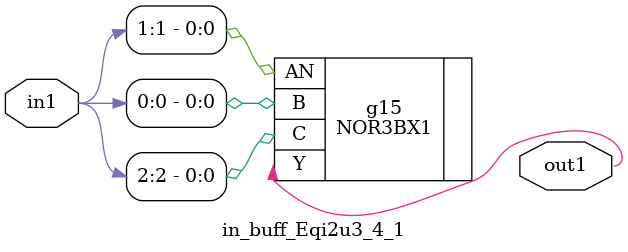
<source format=v>
`timescale 1ps / 1ps


module in_buff_Eqi2u3_4_1(in1, out1);
  input [2:0] in1;
  output out1;
  wire [2:0] in1;
  wire out1;
  NOR3BX1 g15(.AN (in1[1]), .B (in1[0]), .C (in1[2]), .Y (out1));
endmodule



</source>
